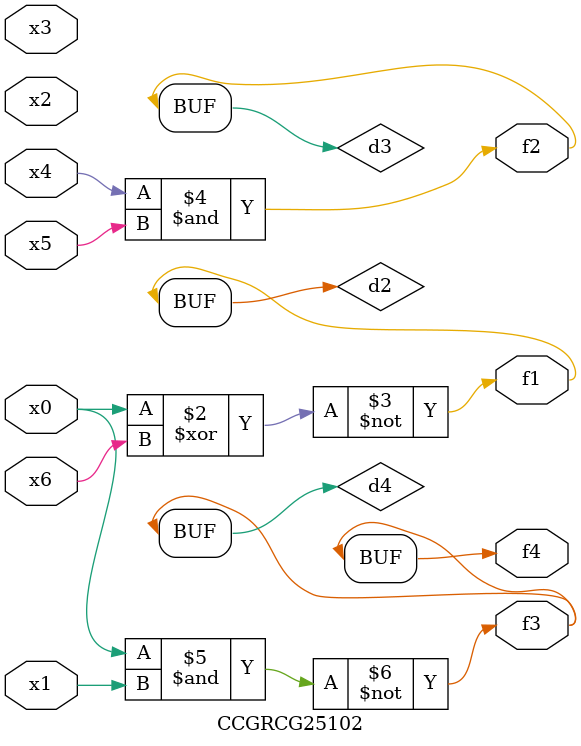
<source format=v>
module CCGRCG25102(
	input x0, x1, x2, x3, x4, x5, x6,
	output f1, f2, f3, f4
);

	wire d1, d2, d3, d4;

	nor (d1, x0);
	xnor (d2, x0, x6);
	and (d3, x4, x5);
	nand (d4, x0, x1);
	assign f1 = d2;
	assign f2 = d3;
	assign f3 = d4;
	assign f4 = d4;
endmodule

</source>
